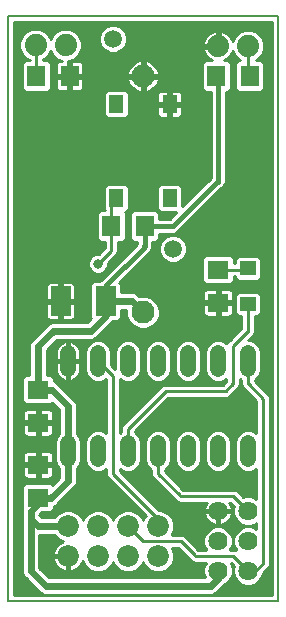
<source format=gtl>
G75*
%MOIN*%
%OFA0B0*%
%FSLAX24Y24*%
%IPPOS*%
%LPD*%
%AMOC8*
5,1,8,0,0,1.08239X$1,22.5*
%
%ADD10C,0.0080*%
%ADD11C,0.0520*%
%ADD12C,0.0728*%
%ADD13C,0.0740*%
%ADD14R,0.0630X0.0709*%
%ADD15R,0.0709X0.0630*%
%ADD16R,0.0669X0.0984*%
%ADD17R,0.0512X0.0610*%
%ADD18C,0.0640*%
%ADD19C,0.0768*%
%ADD20R,0.0551X0.0472*%
%ADD21C,0.0591*%
%ADD22C,0.0100*%
%ADD23C,0.0320*%
%ADD24C,0.0240*%
%ADD25C,0.0160*%
D10*
X000150Y000150D02*
X009150Y000150D01*
X009150Y019650D01*
X000150Y019650D01*
X000150Y000150D01*
D11*
X002150Y004890D02*
X002150Y005410D01*
X003150Y005410D02*
X003150Y004890D01*
X004150Y004890D02*
X004150Y005410D01*
X005150Y005410D02*
X005150Y004890D01*
X006150Y004890D02*
X006150Y005410D01*
X007150Y005410D02*
X007150Y004890D01*
X008150Y004890D02*
X008150Y005410D01*
X008150Y007890D02*
X008150Y008410D01*
X007150Y008410D02*
X007150Y007890D01*
X006150Y007890D02*
X006150Y008410D01*
X005150Y008410D02*
X005150Y007890D01*
X004150Y007890D02*
X004150Y008410D01*
X003150Y008410D02*
X003150Y007890D01*
X002150Y007890D02*
X002150Y008410D01*
D12*
X002150Y002650D03*
X002150Y001650D03*
X003150Y001650D03*
X003150Y002650D03*
X004150Y002650D03*
X004150Y001650D03*
X005150Y001650D03*
X005150Y002650D03*
D13*
X007150Y018650D03*
X008150Y018650D03*
X002068Y018685D03*
X001068Y018685D03*
D14*
X001099Y017650D03*
X002201Y017650D03*
X003599Y012649D03*
X004701Y012649D03*
X007098Y017651D03*
X008200Y017651D03*
D15*
X007150Y011201D03*
X007150Y010099D03*
X001150Y007201D03*
X001150Y006099D03*
X001150Y004701D03*
X001150Y003599D03*
D16*
X001905Y010150D03*
X003401Y010150D03*
D17*
X003764Y013585D03*
X003764Y016715D03*
X005536Y016715D03*
X005536Y013585D03*
D18*
X007150Y003150D03*
X007150Y002150D03*
X007150Y001150D03*
X008150Y001150D03*
X008150Y002150D03*
X008150Y003150D03*
D19*
X004650Y009776D03*
X004650Y017650D03*
D20*
X008150Y011241D03*
X008150Y010059D03*
D21*
X005650Y011900D03*
X003650Y018900D03*
D22*
X003830Y018471D02*
X006662Y018471D01*
X006669Y018450D02*
X006706Y018377D01*
X006754Y018311D01*
X006812Y018253D01*
X006878Y018205D01*
X006937Y018175D01*
X006713Y018175D01*
X006613Y018075D01*
X006613Y017226D01*
X006713Y017126D01*
X006900Y017126D01*
X006900Y014254D01*
X005962Y013315D01*
X005962Y013961D01*
X005862Y014060D01*
X005210Y014060D01*
X005110Y013961D01*
X005110Y013210D01*
X005210Y013110D01*
X005756Y013110D01*
X005546Y012900D01*
X005186Y012900D01*
X005186Y013074D01*
X005087Y013173D01*
X004316Y013173D01*
X004216Y013074D01*
X004216Y012224D01*
X004316Y012125D01*
X004451Y012125D01*
X004451Y012055D01*
X003289Y010892D01*
X003288Y010892D01*
X003263Y010866D01*
X003237Y010856D01*
X003193Y010812D01*
X002996Y010812D01*
X002897Y010713D01*
X002897Y009587D01*
X002912Y009572D01*
X002780Y009440D01*
X001614Y009440D01*
X001471Y009381D01*
X001456Y009367D01*
X000986Y008896D01*
X000904Y008814D01*
X000860Y008708D01*
X000860Y007686D01*
X000725Y007686D01*
X000626Y007587D01*
X000626Y006816D01*
X000725Y006716D01*
X001575Y006716D01*
X001624Y006766D01*
X001860Y006530D01*
X001860Y005728D01*
X001785Y005654D01*
X001720Y005496D01*
X001720Y004804D01*
X001785Y004646D01*
X001860Y004572D01*
X001860Y004270D01*
X001624Y004034D01*
X001575Y004084D01*
X000725Y004084D01*
X000626Y003984D01*
X000626Y003245D01*
X000610Y003207D01*
X000610Y001092D01*
X000654Y000986D01*
X000736Y000904D01*
X001154Y000486D01*
X001236Y000404D01*
X001342Y000360D01*
X006958Y000360D01*
X007064Y000404D01*
X007146Y000486D01*
X007367Y000706D01*
X007367Y000706D01*
X007371Y000711D01*
X007428Y000735D01*
X007565Y000872D01*
X007640Y001053D01*
X007640Y001247D01*
X007568Y001421D01*
X007684Y001305D01*
X007660Y001247D01*
X007660Y001053D01*
X007735Y000872D01*
X007872Y000735D01*
X008053Y000660D01*
X008247Y000660D01*
X008428Y000735D01*
X008565Y000872D01*
X008640Y001053D01*
X008640Y001079D01*
X008649Y001088D01*
X008649Y001088D01*
X008741Y001180D01*
X008870Y001309D01*
X008870Y006991D01*
X008370Y007491D01*
X008370Y007516D01*
X008394Y007525D01*
X008515Y007646D01*
X008580Y007804D01*
X008580Y008496D01*
X008515Y008654D01*
X008394Y008775D01*
X008236Y008840D01*
X008151Y008840D01*
X008212Y008901D01*
X008212Y008901D01*
X008267Y008956D01*
X008341Y009030D01*
X008341Y009057D01*
X008351Y009081D01*
X008370Y009100D01*
X008370Y009653D01*
X008496Y009653D01*
X008596Y009753D01*
X008596Y010366D01*
X008496Y010466D01*
X007804Y010466D01*
X007704Y010366D01*
X007704Y009753D01*
X007804Y009653D01*
X007930Y009653D01*
X007930Y009241D01*
X007559Y008870D01*
X007430Y008741D01*
X007430Y008738D01*
X007394Y008775D01*
X007236Y008840D01*
X007064Y008840D01*
X006906Y008775D01*
X006785Y008654D01*
X006720Y008496D01*
X006720Y007804D01*
X006785Y007646D01*
X006906Y007525D01*
X007064Y007460D01*
X007236Y007460D01*
X007394Y007525D01*
X007430Y007562D01*
X007430Y007491D01*
X007309Y007370D01*
X005350Y007370D01*
X005331Y007351D01*
X005307Y007341D01*
X005280Y007341D01*
X005212Y007273D01*
X005151Y007212D01*
X004059Y006120D01*
X003930Y005991D01*
X003930Y005784D01*
X003906Y005775D01*
X003870Y005738D01*
X003870Y007562D01*
X003906Y007525D01*
X004064Y007460D01*
X004236Y007460D01*
X004394Y007525D01*
X004515Y007646D01*
X004580Y007804D01*
X004580Y008496D01*
X004515Y008654D01*
X004394Y008775D01*
X004236Y008840D01*
X004064Y008840D01*
X003906Y008775D01*
X003785Y008654D01*
X003720Y008496D01*
X003720Y007891D01*
X003712Y007899D01*
X003580Y008031D01*
X003580Y008496D01*
X003515Y008654D01*
X003394Y008775D01*
X003236Y008840D01*
X003064Y008840D01*
X002906Y008775D01*
X002785Y008654D01*
X002720Y008496D01*
X002720Y007804D01*
X002785Y007646D01*
X002906Y007525D01*
X003064Y007460D01*
X003236Y007460D01*
X003394Y007525D01*
X003428Y007560D01*
X003430Y007559D01*
X003430Y005738D01*
X003394Y005775D01*
X003236Y005840D01*
X003064Y005840D01*
X002906Y005775D01*
X002785Y005654D01*
X002720Y005496D01*
X002720Y004804D01*
X002785Y004646D01*
X002906Y004525D01*
X003064Y004460D01*
X003236Y004460D01*
X003394Y004525D01*
X003430Y004562D01*
X003430Y004309D01*
X003559Y004180D01*
X004742Y002997D01*
X004697Y002953D01*
X004650Y002839D01*
X004603Y002953D01*
X004453Y003103D01*
X004256Y003184D01*
X004044Y003184D01*
X003847Y003103D01*
X003697Y002953D01*
X003650Y002839D01*
X003603Y002953D01*
X003453Y003103D01*
X003256Y003184D01*
X003044Y003184D01*
X002847Y003103D01*
X002697Y002953D01*
X002650Y002839D01*
X002603Y002953D01*
X002453Y003103D01*
X002256Y003184D01*
X002044Y003184D01*
X001847Y003103D01*
X001697Y002953D01*
X001692Y002940D01*
X001270Y002940D01*
X001190Y003020D01*
X001190Y003029D01*
X001275Y003114D01*
X001575Y003114D01*
X001674Y003213D01*
X001674Y003325D01*
X001778Y003368D01*
X001792Y003382D01*
X001792Y003382D01*
X002314Y003904D01*
X002396Y003986D01*
X002440Y004092D01*
X002440Y004572D01*
X002515Y004646D01*
X002580Y004804D01*
X002580Y005496D01*
X002515Y005654D01*
X002440Y005728D01*
X002440Y006708D01*
X002396Y006814D01*
X002314Y006896D01*
X001792Y007418D01*
X001778Y007432D01*
X001674Y007475D01*
X001674Y007587D01*
X001575Y007686D01*
X001440Y007686D01*
X001440Y008530D01*
X001770Y008860D01*
X002958Y008860D01*
X003064Y008904D01*
X003146Y008986D01*
X003618Y009458D01*
X003632Y009472D01*
X003639Y009488D01*
X003806Y009488D01*
X003906Y009587D01*
X003906Y009860D01*
X004096Y009860D01*
X004096Y009666D01*
X004180Y009462D01*
X004336Y009306D01*
X004540Y009222D01*
X004760Y009222D01*
X004964Y009306D01*
X005120Y009462D01*
X005204Y009666D01*
X005204Y009886D01*
X005120Y010090D01*
X004964Y010246D01*
X004760Y010330D01*
X004540Y010330D01*
X004516Y010320D01*
X004440Y010396D01*
X004334Y010440D01*
X003906Y010440D01*
X003906Y010713D01*
X003861Y010757D01*
X004814Y011710D01*
X004849Y011745D01*
X004865Y011762D01*
X004884Y011780D01*
X004884Y011780D01*
X004898Y011794D01*
X004898Y011794D01*
X004951Y011923D01*
X004951Y012125D01*
X005087Y012125D01*
X005186Y012224D01*
X005186Y012400D01*
X005700Y012400D01*
X005792Y012438D01*
X007262Y013909D01*
X007263Y013909D01*
X007333Y013979D01*
X007333Y013979D01*
X007347Y013993D01*
X007400Y014122D01*
X007400Y017126D01*
X007483Y017126D01*
X007583Y017226D01*
X007583Y018075D01*
X007483Y018175D01*
X007364Y018175D01*
X007423Y018205D01*
X007489Y018253D01*
X007547Y018311D01*
X007595Y018377D01*
X007632Y018450D01*
X007640Y018472D01*
X007693Y018344D01*
X007845Y018192D01*
X007886Y018175D01*
X007815Y018175D01*
X007715Y018075D01*
X007715Y017226D01*
X007815Y017126D01*
X008586Y017126D01*
X008685Y017226D01*
X008685Y018075D01*
X008586Y018175D01*
X008415Y018175D01*
X008456Y018192D01*
X008608Y018344D01*
X008690Y018542D01*
X008690Y018757D01*
X008608Y018956D01*
X008456Y019108D01*
X008258Y019190D01*
X008043Y019190D01*
X007845Y019108D01*
X007693Y018956D01*
X007640Y018827D01*
X007632Y018849D01*
X007595Y018922D01*
X007547Y018989D01*
X007489Y019046D01*
X007423Y019095D01*
X007350Y019132D01*
X007272Y019157D01*
X007200Y019168D01*
X007200Y018700D01*
X007100Y018700D01*
X007100Y018600D01*
X006632Y018600D01*
X006643Y018528D01*
X006669Y018450D01*
X006709Y018373D02*
X002519Y018373D01*
X002526Y018380D02*
X002608Y018578D01*
X002608Y018793D01*
X002526Y018991D01*
X002374Y019143D01*
X002175Y019225D01*
X001960Y019225D01*
X001762Y019143D01*
X001610Y018991D01*
X001568Y018889D01*
X001526Y018991D01*
X001374Y019143D01*
X001175Y019225D01*
X000960Y019225D01*
X000762Y019143D01*
X000610Y018991D01*
X000528Y018793D01*
X000528Y018578D01*
X000610Y018380D01*
X000762Y018228D01*
X000879Y018179D01*
X000879Y018174D01*
X000713Y018174D01*
X000614Y018075D01*
X000614Y017225D01*
X000713Y017126D01*
X001484Y017126D01*
X001584Y017225D01*
X001584Y018075D01*
X001484Y018174D01*
X001319Y018174D01*
X001319Y018205D01*
X001374Y018228D01*
X001526Y018380D01*
X001568Y018481D01*
X001610Y018380D01*
X001762Y018228D01*
X001939Y018154D01*
X001866Y018154D01*
X001828Y018144D01*
X001794Y018124D01*
X001766Y018096D01*
X001746Y018062D01*
X001736Y018024D01*
X001736Y017700D01*
X002151Y017700D01*
X002151Y017600D01*
X001736Y017600D01*
X001736Y017276D01*
X001746Y017238D01*
X001766Y017204D01*
X001794Y017176D01*
X001828Y017156D01*
X001866Y017146D01*
X002151Y017146D01*
X002151Y017600D01*
X002251Y017600D01*
X002251Y017146D01*
X002536Y017146D01*
X002574Y017156D01*
X002608Y017176D01*
X002636Y017204D01*
X002656Y017238D01*
X002666Y017276D01*
X002666Y017600D01*
X002251Y017600D01*
X002251Y017700D01*
X002151Y017700D01*
X002151Y018145D01*
X002175Y018145D01*
X002374Y018228D01*
X002526Y018380D01*
X002563Y018471D02*
X003470Y018471D01*
X003386Y018506D02*
X003557Y018435D01*
X003743Y018435D01*
X003914Y018506D01*
X004044Y018636D01*
X004115Y018807D01*
X004115Y018993D01*
X004044Y019164D01*
X003914Y019294D01*
X003743Y019365D01*
X003557Y019365D01*
X003386Y019294D01*
X003256Y019164D01*
X003185Y018993D01*
X003185Y018807D01*
X003256Y018636D01*
X003386Y018506D01*
X003322Y018570D02*
X002604Y018570D01*
X002608Y018668D02*
X003242Y018668D01*
X003202Y018767D02*
X002608Y018767D01*
X002578Y018865D02*
X003185Y018865D01*
X003185Y018964D02*
X002537Y018964D01*
X002455Y019062D02*
X003214Y019062D01*
X003254Y019161D02*
X002332Y019161D01*
X002420Y018274D02*
X006791Y018274D01*
X006637Y018570D02*
X003978Y018570D01*
X004058Y018668D02*
X007100Y018668D01*
X007100Y018700D02*
X006632Y018700D01*
X006643Y018772D01*
X006669Y018849D01*
X006706Y018922D01*
X006754Y018989D01*
X006812Y019046D01*
X006878Y019095D01*
X006951Y019132D01*
X007029Y019157D01*
X007100Y019168D01*
X007100Y018700D01*
X007100Y018767D02*
X007200Y018767D01*
X007200Y018865D02*
X007100Y018865D01*
X007100Y018964D02*
X007200Y018964D01*
X007200Y019062D02*
X007100Y019062D01*
X007100Y019161D02*
X007200Y019161D01*
X007250Y019161D02*
X007972Y019161D01*
X007799Y019062D02*
X007468Y019062D01*
X007565Y018964D02*
X007701Y018964D01*
X007655Y018865D02*
X007624Y018865D01*
X007639Y018471D02*
X007640Y018471D01*
X007681Y018373D02*
X007592Y018373D01*
X007510Y018274D02*
X007763Y018274D01*
X007717Y018077D02*
X007581Y018077D01*
X007583Y017979D02*
X007715Y017979D01*
X007715Y017880D02*
X007583Y017880D01*
X007583Y017782D02*
X007715Y017782D01*
X007715Y017683D02*
X007583Y017683D01*
X007583Y017585D02*
X007715Y017585D01*
X007715Y017486D02*
X007583Y017486D01*
X007583Y017388D02*
X007715Y017388D01*
X007715Y017289D02*
X007583Y017289D01*
X007548Y017191D02*
X007751Y017191D01*
X007400Y017092D02*
X008940Y017092D01*
X008940Y016994D02*
X007400Y016994D01*
X007400Y016895D02*
X008940Y016895D01*
X008940Y016797D02*
X007400Y016797D01*
X007400Y016698D02*
X008940Y016698D01*
X008940Y016600D02*
X007400Y016600D01*
X007400Y016501D02*
X008940Y016501D01*
X008940Y016403D02*
X007400Y016403D01*
X007400Y016304D02*
X008940Y016304D01*
X008940Y016206D02*
X007400Y016206D01*
X007400Y016107D02*
X008940Y016107D01*
X008940Y016009D02*
X007400Y016009D01*
X007400Y015910D02*
X008940Y015910D01*
X008940Y015812D02*
X007400Y015812D01*
X007400Y015713D02*
X008940Y015713D01*
X008940Y015615D02*
X007400Y015615D01*
X007400Y015516D02*
X008940Y015516D01*
X008940Y015418D02*
X007400Y015418D01*
X007400Y015319D02*
X008940Y015319D01*
X008940Y015221D02*
X007400Y015221D01*
X007400Y015122D02*
X008940Y015122D01*
X008940Y015024D02*
X007400Y015024D01*
X007400Y014925D02*
X008940Y014925D01*
X008940Y014827D02*
X007400Y014827D01*
X007400Y014728D02*
X008940Y014728D01*
X008940Y014630D02*
X007400Y014630D01*
X007400Y014531D02*
X008940Y014531D01*
X008940Y014433D02*
X007400Y014433D01*
X007400Y014334D02*
X008940Y014334D01*
X008940Y014236D02*
X007400Y014236D01*
X007400Y014137D02*
X008940Y014137D01*
X008940Y014039D02*
X007366Y014039D01*
X007347Y013993D02*
X007347Y013993D01*
X007294Y013940D02*
X008940Y013940D01*
X008940Y013842D02*
X007195Y013842D01*
X007097Y013743D02*
X008940Y013743D01*
X008940Y013645D02*
X006998Y013645D01*
X006900Y013546D02*
X008940Y013546D01*
X008940Y013448D02*
X006801Y013448D01*
X006703Y013349D02*
X008940Y013349D01*
X008940Y013251D02*
X006604Y013251D01*
X006506Y013152D02*
X008940Y013152D01*
X008940Y013054D02*
X006407Y013054D01*
X006309Y012955D02*
X008940Y012955D01*
X008940Y012857D02*
X006210Y012857D01*
X006112Y012758D02*
X008940Y012758D01*
X008940Y012660D02*
X006013Y012660D01*
X005915Y012561D02*
X008940Y012561D01*
X008940Y012463D02*
X005816Y012463D01*
X005746Y012364D02*
X008940Y012364D01*
X008940Y012266D02*
X005942Y012266D01*
X005914Y012294D02*
X005743Y012365D01*
X005557Y012365D01*
X005386Y012294D01*
X005256Y012164D01*
X005185Y011993D01*
X005185Y011807D01*
X005256Y011636D01*
X005386Y011506D01*
X005557Y011435D01*
X005743Y011435D01*
X005914Y011506D01*
X006044Y011636D01*
X006115Y011807D01*
X006115Y011993D01*
X006044Y012164D01*
X005914Y012294D01*
X006041Y012167D02*
X008940Y012167D01*
X008940Y012069D02*
X006084Y012069D01*
X006115Y011970D02*
X008940Y011970D01*
X008940Y011872D02*
X006115Y011872D01*
X006101Y011773D02*
X008940Y011773D01*
X008940Y011675D02*
X007586Y011675D01*
X007575Y011686D02*
X007674Y011587D01*
X007674Y011421D01*
X007704Y011421D01*
X007704Y011547D01*
X007804Y011647D01*
X008496Y011647D01*
X008596Y011547D01*
X008596Y010934D01*
X008496Y010834D01*
X007804Y010834D01*
X007704Y010934D01*
X007704Y010981D01*
X007674Y010981D01*
X007674Y010816D01*
X007575Y010716D01*
X006725Y010716D01*
X006626Y010816D01*
X006626Y011587D01*
X006725Y011686D01*
X007575Y011686D01*
X007674Y011576D02*
X007733Y011576D01*
X007704Y011478D02*
X007674Y011478D01*
X007674Y010887D02*
X007752Y010887D01*
X007647Y010788D02*
X008940Y010788D01*
X008940Y010690D02*
X003906Y010690D01*
X003906Y010591D02*
X008940Y010591D01*
X008940Y010493D02*
X007632Y010493D01*
X007624Y010506D02*
X007596Y010534D01*
X007562Y010554D01*
X007524Y010564D01*
X007200Y010564D01*
X007200Y010149D01*
X007100Y010149D01*
X007100Y010564D01*
X006776Y010564D01*
X006738Y010554D01*
X006704Y010534D01*
X006676Y010506D01*
X006656Y010472D01*
X006646Y010434D01*
X006646Y010149D01*
X007100Y010149D01*
X007100Y010049D01*
X006646Y010049D01*
X006646Y009764D01*
X006656Y009726D01*
X006676Y009692D01*
X006704Y009664D01*
X006738Y009644D01*
X006776Y009634D01*
X007100Y009634D01*
X007100Y010049D01*
X007200Y010049D01*
X007200Y010149D01*
X007654Y010149D01*
X007654Y010434D01*
X007644Y010472D01*
X007624Y010506D01*
X007654Y010394D02*
X007732Y010394D01*
X007704Y010296D02*
X007654Y010296D01*
X007654Y010197D02*
X007704Y010197D01*
X007704Y010099D02*
X007200Y010099D01*
X007200Y010049D02*
X007654Y010049D01*
X007654Y009764D01*
X007644Y009726D01*
X007624Y009692D01*
X007596Y009664D01*
X007562Y009644D01*
X007524Y009634D01*
X007200Y009634D01*
X007200Y010049D01*
X007200Y010000D02*
X007100Y010000D01*
X007100Y009902D02*
X007200Y009902D01*
X007200Y009803D02*
X007100Y009803D01*
X007100Y009705D02*
X007200Y009705D01*
X007100Y010099D02*
X005111Y010099D01*
X005157Y010000D02*
X006646Y010000D01*
X006646Y009902D02*
X005197Y009902D01*
X005204Y009803D02*
X006646Y009803D01*
X006668Y009705D02*
X005204Y009705D01*
X005179Y009606D02*
X007930Y009606D01*
X007930Y009508D02*
X005138Y009508D01*
X005066Y009409D02*
X007930Y009409D01*
X007930Y009311D02*
X004968Y009311D01*
X005064Y008840D02*
X004906Y008775D01*
X004785Y008654D01*
X004720Y008496D01*
X004720Y007804D01*
X004785Y007646D01*
X004906Y007525D01*
X005064Y007460D01*
X005236Y007460D01*
X005394Y007525D01*
X005515Y007646D01*
X005580Y007804D01*
X005580Y008496D01*
X005515Y008654D01*
X005394Y008775D01*
X005236Y008840D01*
X005064Y008840D01*
X005011Y008818D02*
X004289Y008818D01*
X004449Y008720D02*
X004851Y008720D01*
X004772Y008621D02*
X004528Y008621D01*
X004569Y008523D02*
X004731Y008523D01*
X004720Y008424D02*
X004580Y008424D01*
X004580Y008326D02*
X004720Y008326D01*
X004720Y008227D02*
X004580Y008227D01*
X004580Y008129D02*
X004720Y008129D01*
X004720Y008030D02*
X004580Y008030D01*
X004580Y007932D02*
X004720Y007932D01*
X004720Y007833D02*
X004580Y007833D01*
X004551Y007735D02*
X004749Y007735D01*
X004796Y007636D02*
X004504Y007636D01*
X004406Y007538D02*
X004894Y007538D01*
X005082Y007144D02*
X003870Y007144D01*
X003870Y007242D02*
X005181Y007242D01*
X005151Y007212D02*
X005151Y007212D01*
X005279Y007341D02*
X003870Y007341D01*
X003870Y007439D02*
X007378Y007439D01*
X007406Y007538D02*
X007430Y007538D01*
X007650Y007441D02*
X007648Y007421D01*
X007642Y007403D01*
X007633Y007385D01*
X007621Y007370D01*
X007621Y007371D02*
X007400Y007150D01*
X005441Y007150D01*
X005371Y007121D02*
X004150Y005900D01*
X004150Y005150D01*
X004515Y005654D02*
X004394Y005775D01*
X004370Y005784D01*
X004370Y005809D01*
X005491Y006930D01*
X007491Y006930D01*
X007620Y007059D01*
X007712Y007151D01*
X007776Y007215D01*
X007841Y007280D01*
X007841Y007307D01*
X007851Y007331D01*
X007870Y007350D01*
X007870Y007562D01*
X007906Y007525D01*
X007930Y007516D01*
X007930Y007350D01*
X007949Y007331D01*
X007959Y007307D01*
X007959Y007280D01*
X008029Y007209D01*
X008088Y007151D01*
X008088Y007151D01*
X008430Y006809D01*
X008430Y005738D01*
X008394Y005775D01*
X008236Y005840D01*
X008064Y005840D01*
X007906Y005775D01*
X007785Y005654D01*
X007720Y005496D01*
X007720Y004804D01*
X007785Y004646D01*
X007906Y004525D01*
X008064Y004460D01*
X008236Y004460D01*
X008394Y004525D01*
X008430Y004562D01*
X008430Y003563D01*
X008428Y003565D01*
X008247Y003640D01*
X008053Y003640D01*
X007995Y003616D01*
X007870Y003741D01*
X007741Y003870D01*
X005991Y003870D01*
X005370Y004491D01*
X005370Y004516D01*
X005394Y004525D01*
X005515Y004646D01*
X005580Y004804D01*
X005580Y005496D01*
X005515Y005654D01*
X005394Y005775D01*
X005236Y005840D01*
X005064Y005840D01*
X004906Y005775D01*
X004785Y005654D01*
X004720Y005496D01*
X004720Y004804D01*
X004785Y004646D01*
X004906Y004525D01*
X004930Y004516D01*
X004930Y004309D01*
X005059Y004180D01*
X005651Y003588D01*
X005709Y003530D01*
X005780Y003459D01*
X005807Y003459D01*
X005831Y003449D01*
X005850Y003430D01*
X006772Y003430D01*
X006748Y003396D01*
X006714Y003330D01*
X006692Y003260D01*
X006680Y003189D01*
X007111Y003189D01*
X007111Y003111D01*
X007189Y003111D01*
X007189Y003189D01*
X007620Y003189D01*
X007608Y003260D01*
X007586Y003330D01*
X007552Y003396D01*
X007528Y003430D01*
X007559Y003430D01*
X007684Y003305D01*
X007660Y003247D01*
X007660Y003053D01*
X007735Y002872D01*
X007872Y002735D01*
X008053Y002660D01*
X008247Y002660D01*
X008428Y002735D01*
X008430Y002737D01*
X008430Y002563D01*
X008428Y002565D01*
X008247Y002640D01*
X008053Y002640D01*
X007872Y002565D01*
X007735Y002428D01*
X007660Y002247D01*
X007660Y002053D01*
X007735Y001872D01*
X007737Y001870D01*
X007563Y001870D01*
X007565Y001872D01*
X007640Y002053D01*
X007640Y002247D01*
X007565Y002428D01*
X007428Y002565D01*
X007247Y002640D01*
X007053Y002640D01*
X006872Y002565D01*
X006735Y002428D01*
X006660Y002247D01*
X006660Y002053D01*
X006735Y001872D01*
X006737Y001870D01*
X006491Y001870D01*
X006120Y002241D01*
X005991Y002370D01*
X005612Y002370D01*
X005684Y002544D01*
X005684Y002756D01*
X005603Y002953D01*
X005453Y003103D01*
X005256Y003184D01*
X005177Y003184D01*
X003870Y004491D01*
X003870Y004562D01*
X003906Y004525D01*
X004064Y004460D01*
X004236Y004460D01*
X004394Y004525D01*
X004515Y004646D01*
X004580Y004804D01*
X004580Y005496D01*
X004515Y005654D01*
X004502Y005666D02*
X004798Y005666D01*
X004750Y005568D02*
X004550Y005568D01*
X004580Y005469D02*
X004720Y005469D01*
X004720Y005371D02*
X004580Y005371D01*
X004580Y005272D02*
X004720Y005272D01*
X004720Y005174D02*
X004580Y005174D01*
X004580Y005075D02*
X004720Y005075D01*
X004720Y004977D02*
X004580Y004977D01*
X004580Y004878D02*
X004720Y004878D01*
X004730Y004780D02*
X004570Y004780D01*
X004529Y004681D02*
X004771Y004681D01*
X004849Y004583D02*
X004451Y004583D01*
X004293Y004484D02*
X004930Y004484D01*
X004930Y004386D02*
X003976Y004386D01*
X004006Y004484D02*
X003877Y004484D01*
X003650Y004400D02*
X003650Y007609D01*
X003621Y007679D02*
X003150Y008150D01*
X003449Y008720D02*
X003851Y008720D01*
X003772Y008621D02*
X003528Y008621D01*
X003569Y008523D02*
X003731Y008523D01*
X003720Y008424D02*
X003580Y008424D01*
X003580Y008326D02*
X003720Y008326D01*
X003720Y008227D02*
X003580Y008227D01*
X003580Y008129D02*
X003720Y008129D01*
X003720Y008030D02*
X003581Y008030D01*
X003680Y007932D02*
X003720Y007932D01*
X003712Y007899D02*
X003712Y007899D01*
X003621Y007680D02*
X003633Y007665D01*
X003642Y007647D01*
X003648Y007629D01*
X003650Y007609D01*
X003870Y007538D02*
X003894Y007538D01*
X003870Y007045D02*
X004984Y007045D01*
X004885Y006947D02*
X003870Y006947D01*
X003870Y006848D02*
X004787Y006848D01*
X004688Y006750D02*
X003870Y006750D01*
X003870Y006651D02*
X004590Y006651D01*
X004491Y006553D02*
X003870Y006553D01*
X003870Y006454D02*
X004393Y006454D01*
X004294Y006356D02*
X003870Y006356D01*
X003870Y006257D02*
X004196Y006257D01*
X004097Y006159D02*
X003870Y006159D01*
X003870Y006060D02*
X003999Y006060D01*
X003930Y005962D02*
X003870Y005962D01*
X003870Y005863D02*
X003930Y005863D01*
X003896Y005765D02*
X003870Y005765D01*
X003430Y005765D02*
X003404Y005765D01*
X003430Y005863D02*
X002440Y005863D01*
X002440Y005765D02*
X002896Y005765D01*
X002798Y005666D02*
X002502Y005666D01*
X002550Y005568D02*
X002750Y005568D01*
X002720Y005469D02*
X002580Y005469D01*
X002580Y005371D02*
X002720Y005371D01*
X002720Y005272D02*
X002580Y005272D01*
X002580Y005174D02*
X002720Y005174D01*
X002720Y005075D02*
X002580Y005075D01*
X002580Y004977D02*
X002720Y004977D01*
X002720Y004878D02*
X002580Y004878D01*
X002570Y004780D02*
X002730Y004780D01*
X002771Y004681D02*
X002529Y004681D01*
X002451Y004583D02*
X002849Y004583D01*
X003006Y004484D02*
X002440Y004484D01*
X002440Y004386D02*
X003430Y004386D01*
X003430Y004484D02*
X003293Y004484D01*
X003452Y004287D02*
X002440Y004287D01*
X002440Y004189D02*
X003550Y004189D01*
X003559Y004180D02*
X003559Y004180D01*
X003649Y004090D02*
X002439Y004090D01*
X002398Y003992D02*
X003747Y003992D01*
X003846Y003893D02*
X002303Y003893D01*
X002205Y003795D02*
X003944Y003795D01*
X004043Y003696D02*
X002106Y003696D01*
X002008Y003598D02*
X004141Y003598D01*
X004240Y003499D02*
X001909Y003499D01*
X001811Y003401D02*
X004338Y003401D01*
X004437Y003302D02*
X001674Y003302D01*
X001664Y003204D02*
X004535Y003204D01*
X004447Y003105D02*
X004634Y003105D01*
X004549Y003007D02*
X004732Y003007D01*
X004679Y002908D02*
X004621Y002908D01*
X004862Y003499D02*
X005740Y003499D01*
X005651Y003588D02*
X005651Y003588D01*
X005641Y003598D02*
X004764Y003598D01*
X004665Y003696D02*
X005543Y003696D01*
X005444Y003795D02*
X004567Y003795D01*
X004468Y003893D02*
X005346Y003893D01*
X005247Y003992D02*
X004370Y003992D01*
X004271Y004090D02*
X005149Y004090D01*
X005050Y004189D02*
X004173Y004189D01*
X004074Y004287D02*
X004952Y004287D01*
X005150Y004400D02*
X005150Y005150D01*
X005451Y004583D02*
X005849Y004583D01*
X005906Y004525D02*
X005785Y004646D01*
X005720Y004804D01*
X005720Y005496D01*
X005785Y005654D01*
X005906Y005775D01*
X006064Y005840D01*
X006236Y005840D01*
X006394Y005775D01*
X006515Y005654D01*
X006580Y005496D01*
X006580Y004804D01*
X006515Y004646D01*
X006394Y004525D01*
X006236Y004460D01*
X006064Y004460D01*
X005906Y004525D01*
X006006Y004484D02*
X005377Y004484D01*
X005476Y004386D02*
X008430Y004386D01*
X008430Y004484D02*
X008293Y004484D01*
X008430Y004287D02*
X005574Y004287D01*
X005673Y004189D02*
X008430Y004189D01*
X008430Y004090D02*
X005771Y004090D01*
X005870Y003992D02*
X008430Y003992D01*
X008430Y003893D02*
X005968Y003893D01*
X005870Y003679D02*
X005885Y003667D01*
X005903Y003658D01*
X005921Y003652D01*
X005941Y003650D01*
X007650Y003650D01*
X008150Y003150D01*
X007929Y002711D02*
X007320Y002711D01*
X007330Y002714D02*
X007396Y002748D01*
X007456Y002792D01*
X007508Y002844D01*
X007552Y002904D01*
X007586Y002970D01*
X007608Y003040D01*
X007620Y003111D01*
X007189Y003111D01*
X007189Y002680D01*
X007260Y002692D01*
X007330Y002714D01*
X007314Y002613D02*
X007986Y002613D01*
X007821Y002514D02*
X007479Y002514D01*
X007570Y002416D02*
X007730Y002416D01*
X007689Y002317D02*
X007611Y002317D01*
X007640Y002219D02*
X007660Y002219D01*
X007660Y002120D02*
X007640Y002120D01*
X007627Y002022D02*
X007673Y002022D01*
X007714Y001923D02*
X007586Y001923D01*
X007650Y001650D02*
X006441Y001650D01*
X006371Y001679D02*
X005900Y002150D01*
X004691Y002150D01*
X004621Y002179D02*
X004150Y002650D01*
X003853Y003105D02*
X003447Y003105D01*
X003549Y003007D02*
X003751Y003007D01*
X003679Y002908D02*
X003621Y002908D01*
X003650Y001461D02*
X003697Y001347D01*
X003847Y001197D01*
X004044Y001116D01*
X004256Y001116D01*
X004453Y001197D01*
X004603Y001347D01*
X004650Y001461D01*
X004697Y001347D01*
X004847Y001197D01*
X005044Y001116D01*
X005256Y001116D01*
X005453Y001197D01*
X005603Y001347D01*
X005684Y001544D01*
X005684Y001756D01*
X005612Y001930D01*
X005809Y001930D01*
X006151Y001588D01*
X006210Y001529D01*
X006280Y001459D01*
X006307Y001459D01*
X006331Y001449D01*
X006350Y001430D01*
X006737Y001430D01*
X006735Y001428D01*
X006660Y001247D01*
X006660Y001053D01*
X006707Y000940D01*
X001520Y000940D01*
X001190Y001270D01*
X001190Y002360D01*
X001692Y002360D01*
X001697Y002347D01*
X001847Y002197D01*
X001989Y002138D01*
X001953Y002127D01*
X001881Y002090D01*
X001815Y002042D01*
X001758Y001985D01*
X001710Y001919D01*
X001673Y001847D01*
X001648Y001770D01*
X001636Y001690D01*
X001636Y001689D01*
X002111Y001689D01*
X002111Y001611D01*
X002189Y001611D01*
X002189Y001136D01*
X002190Y001136D01*
X002270Y001148D01*
X002347Y001173D01*
X002419Y001210D01*
X002485Y001258D01*
X002542Y001315D01*
X002590Y001381D01*
X002627Y001453D01*
X002638Y001489D01*
X002697Y001347D01*
X002847Y001197D01*
X003044Y001116D01*
X003256Y001116D01*
X003453Y001197D01*
X003603Y001347D01*
X003650Y001461D01*
X003637Y001431D02*
X003663Y001431D01*
X003713Y001332D02*
X003587Y001332D01*
X003489Y001234D02*
X003811Y001234D01*
X003997Y001135D02*
X003303Y001135D01*
X002997Y001135D02*
X001325Y001135D01*
X001227Y001234D02*
X001848Y001234D01*
X001881Y001210D02*
X001953Y001173D01*
X002030Y001148D01*
X002110Y001136D01*
X002111Y001136D01*
X002111Y001611D01*
X001636Y001611D01*
X001636Y001610D01*
X001648Y001530D01*
X001673Y001453D01*
X001710Y001381D01*
X001758Y001315D01*
X001815Y001258D01*
X001881Y001210D01*
X001745Y001332D02*
X001190Y001332D01*
X001190Y001431D02*
X001685Y001431D01*
X001649Y001529D02*
X001190Y001529D01*
X001190Y001628D02*
X002111Y001628D01*
X002111Y001529D02*
X002189Y001529D01*
X002189Y001431D02*
X002111Y001431D01*
X002111Y001332D02*
X002189Y001332D01*
X002189Y001234D02*
X002111Y001234D01*
X002452Y001234D02*
X002811Y001234D01*
X002713Y001332D02*
X002555Y001332D01*
X002615Y001431D02*
X002663Y001431D01*
X001940Y002120D02*
X001190Y002120D01*
X001190Y002022D02*
X001794Y002022D01*
X001713Y001923D02*
X001190Y001923D01*
X001190Y001825D02*
X001666Y001825D01*
X001641Y001726D02*
X001190Y001726D01*
X001190Y002219D02*
X001826Y002219D01*
X001728Y002317D02*
X001190Y002317D01*
X001204Y003007D02*
X001751Y003007D01*
X001853Y003105D02*
X001266Y003105D01*
X001680Y004090D02*
X000360Y004090D01*
X000360Y003992D02*
X000633Y003992D01*
X000626Y003893D02*
X000360Y003893D01*
X000360Y003795D02*
X000626Y003795D01*
X000626Y003696D02*
X000360Y003696D01*
X000360Y003598D02*
X000626Y003598D01*
X000626Y003499D02*
X000360Y003499D01*
X000360Y003401D02*
X000626Y003401D01*
X000626Y003302D02*
X000360Y003302D01*
X000360Y003204D02*
X000610Y003204D01*
X000610Y003105D02*
X000360Y003105D01*
X000360Y003007D02*
X000610Y003007D01*
X000610Y002908D02*
X000360Y002908D01*
X000360Y002810D02*
X000610Y002810D01*
X000610Y002711D02*
X000360Y002711D01*
X000360Y002613D02*
X000610Y002613D01*
X000610Y002514D02*
X000360Y002514D01*
X000360Y002416D02*
X000610Y002416D01*
X000610Y002317D02*
X000360Y002317D01*
X000360Y002219D02*
X000610Y002219D01*
X000610Y002120D02*
X000360Y002120D01*
X000360Y002022D02*
X000610Y002022D01*
X000610Y001923D02*
X000360Y001923D01*
X000360Y001825D02*
X000610Y001825D01*
X000610Y001726D02*
X000360Y001726D01*
X000360Y001628D02*
X000610Y001628D01*
X000610Y001529D02*
X000360Y001529D01*
X000360Y001431D02*
X000610Y001431D01*
X000610Y001332D02*
X000360Y001332D01*
X000360Y001234D02*
X000610Y001234D01*
X000610Y001135D02*
X000360Y001135D01*
X000360Y001037D02*
X000633Y001037D01*
X000702Y000938D02*
X000360Y000938D01*
X000360Y000840D02*
X000800Y000840D01*
X000899Y000741D02*
X000360Y000741D01*
X000360Y000643D02*
X000997Y000643D01*
X001096Y000544D02*
X000360Y000544D01*
X000360Y000446D02*
X001194Y000446D01*
X001424Y001037D02*
X006667Y001037D01*
X006660Y001135D02*
X005303Y001135D01*
X005489Y001234D02*
X006660Y001234D01*
X006695Y001332D02*
X005587Y001332D01*
X005637Y001431D02*
X006350Y001431D01*
X006210Y001529D02*
X005678Y001529D01*
X005684Y001628D02*
X006111Y001628D01*
X006151Y001588D02*
X006151Y001588D01*
X006013Y001726D02*
X005684Y001726D01*
X005656Y001825D02*
X005914Y001825D01*
X005816Y001923D02*
X005615Y001923D01*
X005631Y002416D02*
X006730Y002416D01*
X006689Y002317D02*
X006044Y002317D01*
X006143Y002219D02*
X006660Y002219D01*
X006660Y002120D02*
X006241Y002120D01*
X006340Y002022D02*
X006673Y002022D01*
X006714Y001923D02*
X006438Y001923D01*
X006370Y001679D02*
X006385Y001667D01*
X006403Y001658D01*
X006421Y001652D01*
X006441Y001650D01*
X006821Y002514D02*
X005672Y002514D01*
X005684Y002613D02*
X006986Y002613D01*
X007040Y002692D02*
X006970Y002714D01*
X006904Y002748D01*
X006844Y002792D01*
X006792Y002844D01*
X006748Y002904D01*
X006714Y002970D01*
X006692Y003040D01*
X006680Y003111D01*
X007111Y003111D01*
X007111Y002680D01*
X007040Y002692D01*
X006980Y002711D02*
X005684Y002711D01*
X005662Y002810D02*
X006826Y002810D01*
X006746Y002908D02*
X005621Y002908D01*
X005549Y003007D02*
X006702Y003007D01*
X006681Y003105D02*
X005447Y003105D01*
X005158Y003204D02*
X006683Y003204D01*
X006705Y003302D02*
X005059Y003302D01*
X004961Y003401D02*
X006751Y003401D01*
X007111Y003105D02*
X007189Y003105D01*
X007189Y003007D02*
X007111Y003007D01*
X007111Y002908D02*
X007189Y002908D01*
X007189Y002810D02*
X007111Y002810D01*
X007111Y002711D02*
X007189Y002711D01*
X007474Y002810D02*
X007798Y002810D01*
X007720Y002908D02*
X007554Y002908D01*
X007598Y003007D02*
X007679Y003007D01*
X007660Y003105D02*
X007619Y003105D01*
X007617Y003204D02*
X007660Y003204D01*
X007683Y003302D02*
X007595Y003302D01*
X007588Y003401D02*
X007549Y003401D01*
X007817Y003795D02*
X008430Y003795D01*
X008430Y003696D02*
X007915Y003696D01*
X008006Y004484D02*
X007293Y004484D01*
X007236Y004460D02*
X007394Y004525D01*
X007515Y004646D01*
X007580Y004804D01*
X007580Y005496D01*
X007515Y005654D01*
X007394Y005775D01*
X007236Y005840D01*
X007064Y005840D01*
X006906Y005775D01*
X006785Y005654D01*
X006720Y005496D01*
X006720Y004804D01*
X006785Y004646D01*
X006906Y004525D01*
X007064Y004460D01*
X007236Y004460D01*
X007451Y004583D02*
X007849Y004583D01*
X007771Y004681D02*
X007529Y004681D01*
X007570Y004780D02*
X007730Y004780D01*
X007720Y004878D02*
X007580Y004878D01*
X007580Y004977D02*
X007720Y004977D01*
X007720Y005075D02*
X007580Y005075D01*
X007580Y005174D02*
X007720Y005174D01*
X007720Y005272D02*
X007580Y005272D01*
X007580Y005371D02*
X007720Y005371D01*
X007720Y005469D02*
X007580Y005469D01*
X007550Y005568D02*
X007750Y005568D01*
X007798Y005666D02*
X007502Y005666D01*
X007404Y005765D02*
X007896Y005765D01*
X008404Y005765D02*
X008430Y005765D01*
X008430Y005863D02*
X004424Y005863D01*
X004404Y005765D02*
X004896Y005765D01*
X004720Y006159D02*
X008430Y006159D01*
X008430Y006257D02*
X004818Y006257D01*
X004917Y006356D02*
X008430Y006356D01*
X008430Y006454D02*
X005015Y006454D01*
X005114Y006553D02*
X008430Y006553D01*
X008430Y006651D02*
X005212Y006651D01*
X005311Y006750D02*
X008430Y006750D01*
X008391Y006848D02*
X005409Y006848D01*
X005370Y007121D02*
X005385Y007133D01*
X005403Y007142D01*
X005421Y007148D01*
X005441Y007150D01*
X005406Y007538D02*
X005894Y007538D01*
X005906Y007525D02*
X006064Y007460D01*
X006236Y007460D01*
X006394Y007525D01*
X006515Y007646D01*
X006580Y007804D01*
X006580Y008496D01*
X006515Y008654D01*
X006394Y008775D01*
X006236Y008840D01*
X006064Y008840D01*
X005906Y008775D01*
X005785Y008654D01*
X005720Y008496D01*
X005720Y007804D01*
X005785Y007646D01*
X005906Y007525D01*
X005796Y007636D02*
X005504Y007636D01*
X005551Y007735D02*
X005749Y007735D01*
X005720Y007833D02*
X005580Y007833D01*
X005580Y007932D02*
X005720Y007932D01*
X005720Y008030D02*
X005580Y008030D01*
X005580Y008129D02*
X005720Y008129D01*
X005720Y008227D02*
X005580Y008227D01*
X005580Y008326D02*
X005720Y008326D01*
X005720Y008424D02*
X005580Y008424D01*
X005569Y008523D02*
X005731Y008523D01*
X005772Y008621D02*
X005528Y008621D01*
X005449Y008720D02*
X005851Y008720D01*
X006011Y008818D02*
X005289Y008818D01*
X005012Y010197D02*
X006646Y010197D01*
X006646Y010296D02*
X004843Y010296D01*
X004442Y010394D02*
X006646Y010394D01*
X006668Y010493D02*
X003906Y010493D01*
X003892Y010788D02*
X006653Y010788D01*
X006626Y010887D02*
X003990Y010887D01*
X004089Y010985D02*
X006626Y010985D01*
X006626Y011084D02*
X004187Y011084D01*
X004286Y011182D02*
X006626Y011182D01*
X006626Y011281D02*
X004384Y011281D01*
X004483Y011379D02*
X006626Y011379D01*
X006626Y011478D02*
X005846Y011478D01*
X005984Y011576D02*
X006626Y011576D01*
X006714Y011675D02*
X006060Y011675D01*
X005554Y012364D02*
X005186Y012364D01*
X005186Y012266D02*
X005358Y012266D01*
X005259Y012167D02*
X005129Y012167D01*
X005216Y012069D02*
X004951Y012069D01*
X004951Y011970D02*
X005185Y011970D01*
X005185Y011872D02*
X004930Y011872D01*
X004877Y011773D02*
X005199Y011773D01*
X005240Y011675D02*
X004778Y011675D01*
X004814Y011710D02*
X004814Y011710D01*
X004680Y011576D02*
X005316Y011576D01*
X005454Y011478D02*
X004581Y011478D01*
X004366Y011970D02*
X003819Y011970D01*
X003819Y011872D02*
X004268Y011872D01*
X004451Y012069D02*
X003819Y012069D01*
X003819Y012125D02*
X003984Y012125D01*
X004084Y012224D01*
X004084Y013074D01*
X004048Y013110D01*
X004090Y013110D01*
X004190Y013210D01*
X004190Y013961D01*
X004090Y014060D01*
X003438Y014060D01*
X003338Y013961D01*
X003338Y013210D01*
X003374Y013173D01*
X003213Y013173D01*
X003114Y013074D01*
X003114Y012224D01*
X003213Y012125D01*
X003379Y012125D01*
X003379Y011940D01*
X003169Y011730D01*
X003084Y011730D01*
X002963Y011680D01*
X002870Y011587D01*
X002820Y011466D01*
X002820Y011334D01*
X002870Y011213D01*
X002963Y011120D01*
X003084Y011070D01*
X003216Y011070D01*
X003337Y011120D01*
X003430Y011213D01*
X003480Y011334D01*
X003480Y011419D01*
X003661Y011600D01*
X003717Y011656D01*
X003790Y011728D01*
X003790Y011756D01*
X003799Y011780D01*
X003819Y011799D01*
X003819Y012125D01*
X004027Y012167D02*
X004273Y012167D01*
X004216Y012266D02*
X004084Y012266D01*
X004084Y012364D02*
X004216Y012364D01*
X004216Y012463D02*
X004084Y012463D01*
X004084Y012561D02*
X004216Y012561D01*
X004216Y012660D02*
X004084Y012660D01*
X004084Y012758D02*
X004216Y012758D01*
X004216Y012857D02*
X004084Y012857D01*
X004084Y012955D02*
X004216Y012955D01*
X004216Y013054D02*
X004084Y013054D01*
X004133Y013152D02*
X004295Y013152D01*
X004190Y013251D02*
X005110Y013251D01*
X005110Y013349D02*
X004190Y013349D01*
X004190Y013448D02*
X005110Y013448D01*
X005110Y013546D02*
X004190Y013546D01*
X004190Y013645D02*
X005110Y013645D01*
X005110Y013743D02*
X004190Y013743D01*
X004190Y013842D02*
X005110Y013842D01*
X005110Y013940D02*
X004190Y013940D01*
X004112Y014039D02*
X005188Y014039D01*
X005167Y013152D02*
X005108Y013152D01*
X005186Y013054D02*
X005700Y013054D01*
X005601Y012955D02*
X005186Y012955D01*
X005962Y013349D02*
X005995Y013349D01*
X005962Y013448D02*
X006094Y013448D01*
X006192Y013546D02*
X005962Y013546D01*
X005962Y013645D02*
X006291Y013645D01*
X006389Y013743D02*
X005962Y013743D01*
X005962Y013842D02*
X006488Y013842D01*
X006586Y013940D02*
X005962Y013940D01*
X005884Y014039D02*
X006685Y014039D01*
X006783Y014137D02*
X000360Y014137D01*
X000360Y014039D02*
X003416Y014039D01*
X003338Y013940D02*
X000360Y013940D01*
X000360Y013842D02*
X003338Y013842D01*
X003338Y013743D02*
X000360Y013743D01*
X000360Y013645D02*
X003338Y013645D01*
X003338Y013546D02*
X000360Y013546D01*
X000360Y013448D02*
X003338Y013448D01*
X003338Y013349D02*
X000360Y013349D01*
X000360Y013251D02*
X003338Y013251D01*
X003192Y013152D02*
X000360Y013152D01*
X000360Y013054D02*
X003114Y013054D01*
X003114Y012955D02*
X000360Y012955D01*
X000360Y012857D02*
X003114Y012857D01*
X003114Y012758D02*
X000360Y012758D01*
X000360Y012660D02*
X003114Y012660D01*
X003114Y012561D02*
X000360Y012561D01*
X000360Y012463D02*
X003114Y012463D01*
X003114Y012364D02*
X000360Y012364D01*
X000360Y012266D02*
X003114Y012266D01*
X003171Y012167D02*
X000360Y012167D01*
X000360Y012069D02*
X003379Y012069D01*
X003379Y011970D02*
X000360Y011970D01*
X000360Y011872D02*
X003310Y011872D01*
X003212Y011773D02*
X000360Y011773D01*
X000360Y011675D02*
X002958Y011675D01*
X002866Y011576D02*
X000360Y011576D01*
X000360Y011478D02*
X002825Y011478D01*
X002820Y011379D02*
X000360Y011379D01*
X000360Y011281D02*
X002842Y011281D01*
X002901Y011182D02*
X000360Y011182D01*
X000360Y011084D02*
X003052Y011084D01*
X002972Y010788D02*
X002275Y010788D01*
X002260Y010792D02*
X002298Y010782D01*
X002332Y010762D01*
X002360Y010734D01*
X002380Y010700D01*
X002390Y010662D01*
X002390Y010200D01*
X001955Y010200D01*
X001855Y010200D01*
X001855Y010100D01*
X001420Y010100D01*
X001420Y009638D01*
X001431Y009600D01*
X001450Y009566D01*
X001478Y009538D01*
X001513Y009518D01*
X001551Y009508D01*
X001855Y009508D01*
X001855Y010100D01*
X001955Y010100D01*
X001955Y009508D01*
X002260Y009508D01*
X002298Y009518D01*
X002332Y009538D01*
X002360Y009566D01*
X002380Y009600D01*
X002390Y009638D01*
X002390Y010100D01*
X001955Y010100D01*
X001955Y010200D01*
X001955Y010792D01*
X002260Y010792D01*
X002382Y010690D02*
X002897Y010690D01*
X002897Y010591D02*
X002390Y010591D01*
X002390Y010493D02*
X002897Y010493D01*
X002897Y010394D02*
X002390Y010394D01*
X002390Y010296D02*
X002897Y010296D01*
X002897Y010197D02*
X001955Y010197D01*
X001955Y010099D02*
X001855Y010099D01*
X001855Y010197D02*
X000360Y010197D01*
X000360Y010099D02*
X001420Y010099D01*
X001420Y010000D02*
X000360Y010000D01*
X000360Y009902D02*
X001420Y009902D01*
X001420Y009803D02*
X000360Y009803D01*
X000360Y009705D02*
X001420Y009705D01*
X001429Y009606D02*
X000360Y009606D01*
X000360Y009508D02*
X002847Y009508D01*
X002897Y009606D02*
X002381Y009606D01*
X002390Y009705D02*
X002897Y009705D01*
X002897Y009803D02*
X002390Y009803D01*
X002390Y009902D02*
X002897Y009902D01*
X002897Y010000D02*
X002390Y010000D01*
X002390Y010099D02*
X002897Y010099D01*
X003283Y010887D02*
X000360Y010887D01*
X000360Y010985D02*
X003381Y010985D01*
X003289Y010892D02*
X003289Y010892D01*
X003248Y011084D02*
X003480Y011084D01*
X003399Y011182D02*
X003578Y011182D01*
X003677Y011281D02*
X003458Y011281D01*
X003480Y011379D02*
X003775Y011379D01*
X003874Y011478D02*
X003539Y011478D01*
X003637Y011576D02*
X003972Y011576D01*
X004071Y011675D02*
X003736Y011675D01*
X003661Y011600D02*
X003661Y011600D01*
X003570Y011820D02*
X003150Y011400D01*
X003570Y011819D02*
X003582Y011834D01*
X003591Y011852D01*
X003597Y011870D01*
X003599Y011890D01*
X003599Y012649D01*
X003599Y013420D01*
X003764Y013585D01*
X003797Y011773D02*
X004169Y011773D01*
X004096Y009803D02*
X003906Y009803D01*
X003906Y009705D02*
X004096Y009705D01*
X004121Y009606D02*
X003906Y009606D01*
X003826Y009508D02*
X004162Y009508D01*
X004234Y009409D02*
X003569Y009409D01*
X003618Y009458D02*
X003618Y009458D01*
X003632Y009472D02*
X003632Y009472D01*
X003471Y009311D02*
X004332Y009311D01*
X004011Y008818D02*
X003289Y008818D01*
X003175Y009015D02*
X007704Y009015D01*
X007802Y009114D02*
X003274Y009114D01*
X003372Y009212D02*
X007901Y009212D01*
X008121Y009120D02*
X008133Y009135D01*
X008142Y009153D01*
X008148Y009171D01*
X008150Y009191D01*
X008150Y010059D01*
X008370Y009606D02*
X008940Y009606D01*
X008940Y009508D02*
X008370Y009508D01*
X008370Y009409D02*
X008940Y009409D01*
X008940Y009311D02*
X008370Y009311D01*
X008370Y009212D02*
X008940Y009212D01*
X008940Y009114D02*
X008370Y009114D01*
X008326Y009015D02*
X008940Y009015D01*
X008940Y008917D02*
X008228Y008917D01*
X008289Y008818D02*
X008940Y008818D01*
X008940Y008720D02*
X008449Y008720D01*
X008528Y008621D02*
X008940Y008621D01*
X008940Y008523D02*
X008569Y008523D01*
X008580Y008424D02*
X008940Y008424D01*
X008940Y008326D02*
X008580Y008326D01*
X008580Y008227D02*
X008940Y008227D01*
X008940Y008129D02*
X008580Y008129D01*
X008580Y008030D02*
X008940Y008030D01*
X008940Y007932D02*
X008580Y007932D01*
X008580Y007833D02*
X008940Y007833D01*
X008940Y007735D02*
X008551Y007735D01*
X008504Y007636D02*
X008940Y007636D01*
X008940Y007538D02*
X008406Y007538D01*
X008422Y007439D02*
X008940Y007439D01*
X008940Y007341D02*
X008521Y007341D01*
X008619Y007242D02*
X008940Y007242D01*
X008940Y007144D02*
X008718Y007144D01*
X008650Y006900D02*
X008179Y007371D01*
X008150Y007441D02*
X008150Y008150D01*
X007894Y007538D02*
X007870Y007538D01*
X007870Y007439D02*
X007930Y007439D01*
X007940Y007341D02*
X007860Y007341D01*
X007803Y007242D02*
X007997Y007242D01*
X008095Y007144D02*
X007705Y007144D01*
X007712Y007151D02*
X007712Y007151D01*
X007776Y007215D02*
X007776Y007215D01*
X007606Y007045D02*
X008194Y007045D01*
X008292Y006947D02*
X007508Y006947D01*
X007650Y007441D02*
X007650Y008650D01*
X008121Y009121D01*
X007753Y009705D02*
X007632Y009705D01*
X007654Y009803D02*
X007704Y009803D01*
X007704Y009902D02*
X007654Y009902D01*
X007654Y010000D02*
X007704Y010000D01*
X007605Y008917D02*
X003077Y008917D01*
X003011Y008818D02*
X002195Y008818D01*
X002182Y008820D02*
X002246Y008810D01*
X002307Y008790D01*
X002365Y008761D01*
X002417Y008723D01*
X002463Y008677D01*
X002501Y008625D01*
X002530Y008567D01*
X002550Y008506D01*
X002560Y008442D01*
X002560Y008180D01*
X002180Y008180D01*
X002180Y008120D01*
X002560Y008120D01*
X002560Y007858D01*
X002550Y007794D01*
X002530Y007733D01*
X002501Y007675D01*
X002463Y007623D01*
X002417Y007577D01*
X002365Y007539D01*
X002307Y007510D01*
X002246Y007490D01*
X002182Y007480D01*
X002180Y007480D01*
X002180Y008120D01*
X002120Y008120D01*
X002120Y007480D01*
X002118Y007480D01*
X002054Y007490D01*
X001993Y007510D01*
X001935Y007539D01*
X001883Y007577D01*
X001837Y007623D01*
X001799Y007675D01*
X001770Y007733D01*
X001750Y007794D01*
X001740Y007858D01*
X001740Y008120D01*
X002120Y008120D01*
X002120Y008180D01*
X002120Y008820D01*
X002118Y008820D01*
X002054Y008810D01*
X001993Y008790D01*
X001935Y008761D01*
X001883Y008723D01*
X001837Y008677D01*
X001799Y008625D01*
X001770Y008567D01*
X001750Y008506D01*
X001740Y008442D01*
X001740Y008180D01*
X002120Y008180D01*
X002180Y008180D01*
X002180Y008820D01*
X002182Y008820D01*
X002180Y008818D02*
X002120Y008818D01*
X002105Y008818D02*
X001728Y008818D01*
X001630Y008720D02*
X001880Y008720D01*
X001797Y008621D02*
X001531Y008621D01*
X001440Y008523D02*
X001755Y008523D01*
X001740Y008424D02*
X001440Y008424D01*
X001440Y008326D02*
X001740Y008326D01*
X001740Y008227D02*
X001440Y008227D01*
X001440Y008129D02*
X002120Y008129D01*
X002180Y008129D02*
X002720Y008129D01*
X002720Y008227D02*
X002560Y008227D01*
X002560Y008326D02*
X002720Y008326D01*
X002720Y008424D02*
X002560Y008424D01*
X002545Y008523D02*
X002731Y008523D01*
X002772Y008621D02*
X002503Y008621D01*
X002420Y008720D02*
X002851Y008720D01*
X002720Y008030D02*
X002560Y008030D01*
X002560Y007932D02*
X002720Y007932D01*
X002720Y007833D02*
X002556Y007833D01*
X002531Y007735D02*
X002749Y007735D01*
X002796Y007636D02*
X002472Y007636D01*
X002361Y007538D02*
X002894Y007538D01*
X003406Y007538D02*
X003430Y007538D01*
X003430Y007439D02*
X001761Y007439D01*
X001778Y007432D02*
X001778Y007432D01*
X001792Y007418D02*
X001792Y007418D01*
X001870Y007341D02*
X003430Y007341D01*
X003430Y007242D02*
X001968Y007242D01*
X002067Y007144D02*
X003430Y007144D01*
X003430Y007045D02*
X002165Y007045D01*
X002264Y006947D02*
X003430Y006947D01*
X003430Y006848D02*
X002362Y006848D01*
X002423Y006750D02*
X003430Y006750D01*
X003430Y006651D02*
X002440Y006651D01*
X002440Y006553D02*
X003430Y006553D01*
X003430Y006454D02*
X002440Y006454D01*
X002440Y006356D02*
X003430Y006356D01*
X003430Y006257D02*
X002440Y006257D01*
X002440Y006159D02*
X003430Y006159D01*
X003430Y006060D02*
X002440Y006060D01*
X002440Y005962D02*
X003430Y005962D01*
X003650Y004400D02*
X005121Y002929D01*
X005150Y002859D02*
X005150Y002650D01*
X005150Y002859D02*
X005148Y002879D01*
X005142Y002897D01*
X005133Y002915D01*
X005121Y002930D01*
X004691Y002150D02*
X004671Y002152D01*
X004653Y002158D01*
X004635Y002167D01*
X004620Y002179D01*
X004637Y001431D02*
X004663Y001431D01*
X004713Y001332D02*
X004587Y001332D01*
X004489Y001234D02*
X004811Y001234D01*
X004997Y001135D02*
X004303Y001135D01*
X002853Y003105D02*
X002447Y003105D01*
X002549Y003007D02*
X002751Y003007D01*
X002679Y002908D02*
X002621Y002908D01*
X001860Y004287D02*
X001617Y004287D01*
X001624Y004294D02*
X001644Y004328D01*
X001654Y004366D01*
X001654Y004651D01*
X001200Y004651D01*
X001200Y004236D01*
X001524Y004236D01*
X001562Y004246D01*
X001596Y004266D01*
X001624Y004294D01*
X001654Y004386D02*
X001860Y004386D01*
X001860Y004484D02*
X001654Y004484D01*
X001654Y004583D02*
X001849Y004583D01*
X001771Y004681D02*
X001200Y004681D01*
X001200Y004651D02*
X001200Y004751D01*
X001654Y004751D01*
X001654Y005036D01*
X001644Y005074D01*
X001624Y005108D01*
X001596Y005136D01*
X001562Y005156D01*
X001524Y005166D01*
X001200Y005166D01*
X001200Y004751D01*
X001100Y004751D01*
X001100Y004651D01*
X001200Y004651D01*
X001200Y004583D02*
X001100Y004583D01*
X001100Y004651D02*
X001100Y004236D01*
X000776Y004236D01*
X000738Y004246D01*
X000704Y004266D01*
X000676Y004294D01*
X000656Y004328D01*
X000646Y004366D01*
X000646Y004651D01*
X001100Y004651D01*
X001100Y004681D02*
X000360Y004681D01*
X000360Y004583D02*
X000646Y004583D01*
X000646Y004484D02*
X000360Y004484D01*
X000360Y004386D02*
X000646Y004386D01*
X000683Y004287D02*
X000360Y004287D01*
X000360Y004189D02*
X001778Y004189D01*
X001730Y004780D02*
X001654Y004780D01*
X001654Y004878D02*
X001720Y004878D01*
X001720Y004977D02*
X001654Y004977D01*
X001644Y005075D02*
X001720Y005075D01*
X001720Y005174D02*
X000360Y005174D01*
X000360Y005272D02*
X001720Y005272D01*
X001720Y005371D02*
X000360Y005371D01*
X000360Y005469D02*
X001720Y005469D01*
X001750Y005568D02*
X000360Y005568D01*
X000360Y005666D02*
X000701Y005666D01*
X000704Y005664D02*
X000738Y005644D01*
X000776Y005634D01*
X001100Y005634D01*
X001100Y006049D01*
X000646Y006049D01*
X000646Y005764D01*
X000656Y005726D01*
X000676Y005692D01*
X000704Y005664D01*
X000646Y005765D02*
X000360Y005765D01*
X000360Y005863D02*
X000646Y005863D01*
X000646Y005962D02*
X000360Y005962D01*
X000360Y006060D02*
X001100Y006060D01*
X001100Y006049D02*
X001100Y006149D01*
X001100Y006564D01*
X000776Y006564D01*
X000738Y006554D01*
X000704Y006534D01*
X000676Y006506D01*
X000656Y006472D01*
X000646Y006434D01*
X000646Y006149D01*
X001100Y006149D01*
X001200Y006149D01*
X001200Y006564D01*
X001524Y006564D01*
X001562Y006554D01*
X001596Y006534D01*
X001624Y006506D01*
X001644Y006472D01*
X001654Y006434D01*
X001654Y006149D01*
X001200Y006149D01*
X001200Y006049D01*
X001654Y006049D01*
X001654Y005764D01*
X001644Y005726D01*
X001624Y005692D01*
X001596Y005664D01*
X001562Y005644D01*
X001524Y005634D01*
X001200Y005634D01*
X001200Y006049D01*
X001100Y006049D01*
X001100Y005962D02*
X001200Y005962D01*
X001200Y006060D02*
X001860Y006060D01*
X001860Y005962D02*
X001654Y005962D01*
X001654Y005863D02*
X001860Y005863D01*
X001860Y005765D02*
X001654Y005765D01*
X001599Y005666D02*
X001798Y005666D01*
X001860Y006159D02*
X001654Y006159D01*
X001654Y006257D02*
X001860Y006257D01*
X001860Y006356D02*
X001654Y006356D01*
X001649Y006454D02*
X001860Y006454D01*
X001837Y006553D02*
X001564Y006553D01*
X001608Y006750D02*
X001640Y006750D01*
X001739Y006651D02*
X000360Y006651D01*
X000360Y006553D02*
X000736Y006553D01*
X000651Y006454D02*
X000360Y006454D01*
X000360Y006356D02*
X000646Y006356D01*
X000646Y006257D02*
X000360Y006257D01*
X000360Y006159D02*
X000646Y006159D01*
X000692Y006750D02*
X000360Y006750D01*
X000360Y006848D02*
X000626Y006848D01*
X000626Y006947D02*
X000360Y006947D01*
X000360Y007045D02*
X000626Y007045D01*
X000626Y007144D02*
X000360Y007144D01*
X000360Y007242D02*
X000626Y007242D01*
X000626Y007341D02*
X000360Y007341D01*
X000360Y007439D02*
X000626Y007439D01*
X000626Y007538D02*
X000360Y007538D01*
X000360Y007636D02*
X000675Y007636D01*
X000860Y007735D02*
X000360Y007735D01*
X000360Y007833D02*
X000860Y007833D01*
X000860Y007932D02*
X000360Y007932D01*
X000360Y008030D02*
X000860Y008030D01*
X000860Y008129D02*
X000360Y008129D01*
X000360Y008227D02*
X000860Y008227D01*
X000860Y008326D02*
X000360Y008326D01*
X000360Y008424D02*
X000860Y008424D01*
X000860Y008523D02*
X000360Y008523D01*
X000360Y008621D02*
X000860Y008621D01*
X000865Y008720D02*
X000360Y008720D01*
X000360Y008818D02*
X000908Y008818D01*
X001006Y008917D02*
X000360Y008917D01*
X000360Y009015D02*
X001105Y009015D01*
X001203Y009114D02*
X000360Y009114D01*
X000360Y009212D02*
X001302Y009212D01*
X001400Y009311D02*
X000360Y009311D01*
X000360Y009409D02*
X001539Y009409D01*
X001456Y009367D02*
X001456Y009367D01*
X001855Y009606D02*
X001955Y009606D01*
X001955Y009705D02*
X001855Y009705D01*
X001855Y009803D02*
X001955Y009803D01*
X001955Y009902D02*
X001855Y009902D01*
X001855Y010000D02*
X001955Y010000D01*
X001855Y010200D02*
X001420Y010200D01*
X001420Y010662D01*
X001431Y010700D01*
X001450Y010734D01*
X001478Y010762D01*
X001513Y010782D01*
X001551Y010792D01*
X001855Y010792D01*
X001855Y010200D01*
X001855Y010296D02*
X001955Y010296D01*
X001955Y010394D02*
X001855Y010394D01*
X001855Y010493D02*
X001955Y010493D01*
X001955Y010591D02*
X001855Y010591D01*
X001855Y010690D02*
X001955Y010690D01*
X001955Y010788D02*
X001855Y010788D01*
X001535Y010788D02*
X000360Y010788D01*
X000360Y010690D02*
X001428Y010690D01*
X001420Y010591D02*
X000360Y010591D01*
X000360Y010493D02*
X001420Y010493D01*
X001420Y010394D02*
X000360Y010394D01*
X000360Y010296D02*
X001420Y010296D01*
X002120Y008720D02*
X002180Y008720D01*
X002180Y008621D02*
X002120Y008621D01*
X002120Y008523D02*
X002180Y008523D01*
X002180Y008424D02*
X002120Y008424D01*
X002120Y008326D02*
X002180Y008326D01*
X002180Y008227D02*
X002120Y008227D01*
X002120Y008030D02*
X002180Y008030D01*
X002180Y007932D02*
X002120Y007932D01*
X002120Y007833D02*
X002180Y007833D01*
X002180Y007735D02*
X002120Y007735D01*
X002120Y007636D02*
X002180Y007636D01*
X002180Y007538D02*
X002120Y007538D01*
X001939Y007538D02*
X001674Y007538D01*
X001625Y007636D02*
X001828Y007636D01*
X001769Y007735D02*
X001440Y007735D01*
X001440Y007833D02*
X001744Y007833D01*
X001740Y007932D02*
X001440Y007932D01*
X001440Y008030D02*
X001740Y008030D01*
X001200Y006553D02*
X001100Y006553D01*
X001100Y006454D02*
X001200Y006454D01*
X001200Y006356D02*
X001100Y006356D01*
X001100Y006257D02*
X001200Y006257D01*
X001200Y006159D02*
X001100Y006159D01*
X001100Y005863D02*
X001200Y005863D01*
X001200Y005765D02*
X001100Y005765D01*
X001100Y005666D02*
X001200Y005666D01*
X001100Y005166D02*
X000776Y005166D01*
X000738Y005156D01*
X000704Y005136D01*
X000676Y005108D01*
X000656Y005074D01*
X000646Y005036D01*
X000646Y004751D01*
X001100Y004751D01*
X001100Y005166D01*
X001100Y005075D02*
X001200Y005075D01*
X001200Y004977D02*
X001100Y004977D01*
X001100Y004878D02*
X001200Y004878D01*
X001200Y004780D02*
X001100Y004780D01*
X001100Y004484D02*
X001200Y004484D01*
X001200Y004386D02*
X001100Y004386D01*
X001100Y004287D02*
X001200Y004287D01*
X000646Y004780D02*
X000360Y004780D01*
X000360Y004878D02*
X000646Y004878D01*
X000646Y004977D02*
X000360Y004977D01*
X000360Y005075D02*
X000656Y005075D01*
X001778Y003368D02*
X001778Y003368D01*
X000360Y000360D02*
X000360Y019440D01*
X008940Y019440D01*
X008940Y000360D01*
X000360Y000360D01*
X004523Y005962D02*
X008430Y005962D01*
X008430Y006060D02*
X004621Y006060D01*
X005150Y004400D02*
X005871Y003679D01*
X006293Y004484D02*
X007006Y004484D01*
X006849Y004583D02*
X006451Y004583D01*
X006529Y004681D02*
X006771Y004681D01*
X006730Y004780D02*
X006570Y004780D01*
X006580Y004878D02*
X006720Y004878D01*
X006720Y004977D02*
X006580Y004977D01*
X006580Y005075D02*
X006720Y005075D01*
X006720Y005174D02*
X006580Y005174D01*
X006580Y005272D02*
X006720Y005272D01*
X006720Y005371D02*
X006580Y005371D01*
X006580Y005469D02*
X006720Y005469D01*
X006750Y005568D02*
X006550Y005568D01*
X006502Y005666D02*
X006798Y005666D01*
X006896Y005765D02*
X006404Y005765D01*
X005896Y005765D02*
X005404Y005765D01*
X005502Y005666D02*
X005798Y005666D01*
X005750Y005568D02*
X005550Y005568D01*
X005580Y005469D02*
X005720Y005469D01*
X005720Y005371D02*
X005580Y005371D01*
X005580Y005272D02*
X005720Y005272D01*
X005720Y005174D02*
X005580Y005174D01*
X005580Y005075D02*
X005720Y005075D01*
X005720Y004977D02*
X005580Y004977D01*
X005580Y004878D02*
X005720Y004878D01*
X005730Y004780D02*
X005570Y004780D01*
X005529Y004681D02*
X005771Y004681D01*
X006406Y007538D02*
X006894Y007538D01*
X006796Y007636D02*
X006504Y007636D01*
X006551Y007735D02*
X006749Y007735D01*
X006720Y007833D02*
X006580Y007833D01*
X006580Y007932D02*
X006720Y007932D01*
X006720Y008030D02*
X006580Y008030D01*
X006580Y008129D02*
X006720Y008129D01*
X006720Y008227D02*
X006580Y008227D01*
X006580Y008326D02*
X006720Y008326D01*
X006720Y008424D02*
X006580Y008424D01*
X006569Y008523D02*
X006731Y008523D01*
X006772Y008621D02*
X006528Y008621D01*
X006449Y008720D02*
X006851Y008720D01*
X007011Y008818D02*
X006289Y008818D01*
X007100Y010197D02*
X007200Y010197D01*
X007200Y010296D02*
X007100Y010296D01*
X007100Y010394D02*
X007200Y010394D01*
X007200Y010493D02*
X007100Y010493D01*
X007150Y011201D02*
X008111Y011201D01*
X008150Y011241D01*
X008596Y011281D02*
X008940Y011281D01*
X008940Y011379D02*
X008596Y011379D01*
X008596Y011478D02*
X008940Y011478D01*
X008940Y011576D02*
X008567Y011576D01*
X008596Y011182D02*
X008940Y011182D01*
X008940Y011084D02*
X008596Y011084D01*
X008596Y010985D02*
X008940Y010985D01*
X008940Y010887D02*
X008548Y010887D01*
X008568Y010394D02*
X008940Y010394D01*
X008940Y010296D02*
X008596Y010296D01*
X008596Y010197D02*
X008940Y010197D01*
X008940Y010099D02*
X008596Y010099D01*
X008596Y010000D02*
X008940Y010000D01*
X008940Y009902D02*
X008596Y009902D01*
X008596Y009803D02*
X008940Y009803D01*
X008940Y009705D02*
X008547Y009705D01*
X007507Y008818D02*
X007289Y008818D01*
X008150Y007441D02*
X008152Y007421D01*
X008158Y007403D01*
X008167Y007385D01*
X008179Y007370D01*
X008650Y006900D02*
X008650Y001400D01*
X008429Y001179D01*
X008359Y001150D02*
X008150Y001150D01*
X007650Y001650D01*
X007657Y001332D02*
X007605Y001332D01*
X007640Y001234D02*
X007660Y001234D01*
X007660Y001135D02*
X007640Y001135D01*
X007633Y001037D02*
X007667Y001037D01*
X007707Y000938D02*
X007593Y000938D01*
X007532Y000840D02*
X007768Y000840D01*
X007866Y000741D02*
X007434Y000741D01*
X007303Y000643D02*
X008940Y000643D01*
X008940Y000741D02*
X008434Y000741D01*
X008532Y000840D02*
X008940Y000840D01*
X008940Y000938D02*
X008593Y000938D01*
X008633Y001037D02*
X008940Y001037D01*
X008940Y001135D02*
X008696Y001135D01*
X008795Y001234D02*
X008940Y001234D01*
X008940Y001332D02*
X008870Y001332D01*
X008870Y001431D02*
X008940Y001431D01*
X008940Y001529D02*
X008870Y001529D01*
X008870Y001628D02*
X008940Y001628D01*
X008940Y001726D02*
X008870Y001726D01*
X008870Y001825D02*
X008940Y001825D01*
X008940Y001923D02*
X008870Y001923D01*
X008870Y002022D02*
X008940Y002022D01*
X008940Y002120D02*
X008870Y002120D01*
X008870Y002219D02*
X008940Y002219D01*
X008940Y002317D02*
X008870Y002317D01*
X008870Y002416D02*
X008940Y002416D01*
X008940Y002514D02*
X008870Y002514D01*
X008870Y002613D02*
X008940Y002613D01*
X008940Y002711D02*
X008870Y002711D01*
X008870Y002810D02*
X008940Y002810D01*
X008940Y002908D02*
X008870Y002908D01*
X008870Y003007D02*
X008940Y003007D01*
X008940Y003105D02*
X008870Y003105D01*
X008870Y003204D02*
X008940Y003204D01*
X008940Y003302D02*
X008870Y003302D01*
X008870Y003401D02*
X008940Y003401D01*
X008940Y003499D02*
X008870Y003499D01*
X008870Y003598D02*
X008940Y003598D01*
X008940Y003696D02*
X008870Y003696D01*
X008870Y003795D02*
X008940Y003795D01*
X008940Y003893D02*
X008870Y003893D01*
X008870Y003992D02*
X008940Y003992D01*
X008940Y004090D02*
X008870Y004090D01*
X008870Y004189D02*
X008940Y004189D01*
X008940Y004287D02*
X008870Y004287D01*
X008870Y004386D02*
X008940Y004386D01*
X008940Y004484D02*
X008870Y004484D01*
X008870Y004583D02*
X008940Y004583D01*
X008940Y004681D02*
X008870Y004681D01*
X008870Y004780D02*
X008940Y004780D01*
X008940Y004878D02*
X008870Y004878D01*
X008870Y004977D02*
X008940Y004977D01*
X008940Y005075D02*
X008870Y005075D01*
X008870Y005174D02*
X008940Y005174D01*
X008940Y005272D02*
X008870Y005272D01*
X008870Y005371D02*
X008940Y005371D01*
X008940Y005469D02*
X008870Y005469D01*
X008870Y005568D02*
X008940Y005568D01*
X008940Y005666D02*
X008870Y005666D01*
X008870Y005765D02*
X008940Y005765D01*
X008940Y005863D02*
X008870Y005863D01*
X008870Y005962D02*
X008940Y005962D01*
X008940Y006060D02*
X008870Y006060D01*
X008870Y006159D02*
X008940Y006159D01*
X008940Y006257D02*
X008870Y006257D01*
X008870Y006356D02*
X008940Y006356D01*
X008940Y006454D02*
X008870Y006454D01*
X008870Y006553D02*
X008940Y006553D01*
X008940Y006651D02*
X008870Y006651D01*
X008870Y006750D02*
X008940Y006750D01*
X008940Y006848D02*
X008870Y006848D01*
X008870Y006947D02*
X008940Y006947D01*
X008940Y007045D02*
X008816Y007045D01*
X008430Y003598D02*
X008350Y003598D01*
X008371Y002711D02*
X008430Y002711D01*
X008430Y002613D02*
X008314Y002613D01*
X008430Y001179D02*
X008415Y001167D01*
X008397Y001158D01*
X008379Y001152D01*
X008359Y001150D01*
X008940Y000544D02*
X007204Y000544D01*
X007106Y000446D02*
X008940Y000446D01*
X006882Y014236D02*
X000360Y014236D01*
X000360Y014334D02*
X006900Y014334D01*
X006900Y014433D02*
X000360Y014433D01*
X000360Y014531D02*
X006900Y014531D01*
X006900Y014630D02*
X000360Y014630D01*
X000360Y014728D02*
X006900Y014728D01*
X006900Y014827D02*
X000360Y014827D01*
X000360Y014925D02*
X006900Y014925D01*
X006900Y015024D02*
X000360Y015024D01*
X000360Y015122D02*
X006900Y015122D01*
X006900Y015221D02*
X000360Y015221D01*
X000360Y015319D02*
X006900Y015319D01*
X006900Y015418D02*
X000360Y015418D01*
X000360Y015516D02*
X006900Y015516D01*
X006900Y015615D02*
X000360Y015615D01*
X000360Y015713D02*
X006900Y015713D01*
X006900Y015812D02*
X000360Y015812D01*
X000360Y015910D02*
X006900Y015910D01*
X006900Y016009D02*
X000360Y016009D01*
X000360Y016107D02*
X006900Y016107D01*
X006900Y016206D02*
X000360Y016206D01*
X000360Y016304D02*
X003374Y016304D01*
X003338Y016339D02*
X003438Y016240D01*
X004090Y016240D01*
X004190Y016339D01*
X004190Y017090D01*
X004090Y017190D01*
X003438Y017190D01*
X003338Y017090D01*
X003338Y016339D01*
X003338Y016403D02*
X000360Y016403D01*
X000360Y016501D02*
X003338Y016501D01*
X003338Y016600D02*
X000360Y016600D01*
X000360Y016698D02*
X003338Y016698D01*
X003338Y016797D02*
X000360Y016797D01*
X000360Y016895D02*
X003338Y016895D01*
X003338Y016994D02*
X000360Y016994D01*
X000360Y017092D02*
X003340Y017092D01*
X002666Y017289D02*
X004256Y017289D01*
X004243Y017302D02*
X004302Y017243D01*
X004370Y017193D01*
X004445Y017155D01*
X004525Y017129D01*
X004600Y017117D01*
X004600Y017600D01*
X004700Y017600D01*
X004700Y017700D01*
X005183Y017700D01*
X005171Y017775D01*
X005145Y017855D01*
X005107Y017930D01*
X005057Y017998D01*
X004998Y018057D01*
X004930Y018107D01*
X004855Y018145D01*
X004775Y018171D01*
X004700Y018183D01*
X004700Y017700D01*
X004600Y017700D01*
X004600Y018183D01*
X004525Y018171D01*
X004445Y018145D01*
X004370Y018107D01*
X004302Y018057D01*
X004243Y017998D01*
X004193Y017930D01*
X004155Y017855D01*
X004129Y017775D01*
X004117Y017700D01*
X004600Y017700D01*
X004600Y017600D01*
X004117Y017600D01*
X004129Y017525D01*
X004155Y017445D01*
X004193Y017370D01*
X004243Y017302D01*
X004185Y017388D02*
X002666Y017388D01*
X002666Y017486D02*
X004142Y017486D01*
X004120Y017585D02*
X002666Y017585D01*
X002666Y017700D02*
X002666Y018024D01*
X002656Y018062D01*
X002636Y018096D01*
X002608Y018124D01*
X002574Y018144D01*
X002536Y018154D01*
X002251Y018154D01*
X002251Y017700D01*
X002666Y017700D01*
X002666Y017782D02*
X004131Y017782D01*
X004168Y017880D02*
X002666Y017880D01*
X002666Y017979D02*
X004229Y017979D01*
X004330Y018077D02*
X002647Y018077D01*
X002251Y018077D02*
X002151Y018077D01*
X002151Y017979D02*
X002251Y017979D01*
X002251Y017880D02*
X002151Y017880D01*
X002151Y017782D02*
X002251Y017782D01*
X002251Y017683D02*
X004600Y017683D01*
X004600Y017585D02*
X004700Y017585D01*
X004700Y017600D02*
X004700Y017117D01*
X004775Y017129D01*
X004855Y017155D01*
X004930Y017193D01*
X004998Y017243D01*
X005057Y017302D01*
X005107Y017370D01*
X005145Y017445D01*
X005171Y017525D01*
X005183Y017600D01*
X004700Y017600D01*
X004700Y017683D02*
X006613Y017683D01*
X006613Y017585D02*
X005180Y017585D01*
X005158Y017486D02*
X006613Y017486D01*
X006613Y017388D02*
X005115Y017388D01*
X005044Y017289D02*
X006613Y017289D01*
X006648Y017191D02*
X004924Y017191D01*
X004700Y017191D02*
X004600Y017191D01*
X004600Y017289D02*
X004700Y017289D01*
X004700Y017388D02*
X004600Y017388D01*
X004600Y017486D02*
X004700Y017486D01*
X004700Y017782D02*
X004600Y017782D01*
X004600Y017880D02*
X004700Y017880D01*
X004700Y017979D02*
X004600Y017979D01*
X004600Y018077D02*
X004700Y018077D01*
X004700Y018176D02*
X004600Y018176D01*
X004556Y018176D02*
X002248Y018176D01*
X002151Y017683D02*
X001584Y017683D01*
X001584Y017585D02*
X001736Y017585D01*
X001736Y017486D02*
X001584Y017486D01*
X001584Y017388D02*
X001736Y017388D01*
X001736Y017289D02*
X001584Y017289D01*
X001549Y017191D02*
X001779Y017191D01*
X001736Y017782D02*
X001584Y017782D01*
X001584Y017880D02*
X001736Y017880D01*
X001736Y017979D02*
X001584Y017979D01*
X001581Y018077D02*
X001755Y018077D01*
X001888Y018176D02*
X001319Y018176D01*
X001420Y018274D02*
X001715Y018274D01*
X001617Y018373D02*
X001519Y018373D01*
X001563Y018471D02*
X001572Y018471D01*
X001598Y018964D02*
X001537Y018964D01*
X001455Y019062D02*
X001681Y019062D01*
X001804Y019161D02*
X001332Y019161D01*
X001070Y018684D02*
X001068Y018685D01*
X001099Y018613D02*
X001099Y017650D01*
X000879Y018176D02*
X000360Y018176D01*
X000360Y018274D02*
X000715Y018274D01*
X000617Y018373D02*
X000360Y018373D01*
X000360Y018471D02*
X000572Y018471D01*
X000531Y018570D02*
X000360Y018570D01*
X000360Y018668D02*
X000528Y018668D01*
X000528Y018767D02*
X000360Y018767D01*
X000360Y018865D02*
X000558Y018865D01*
X000598Y018964D02*
X000360Y018964D01*
X000360Y019062D02*
X000681Y019062D01*
X000804Y019161D02*
X000360Y019161D01*
X000360Y019259D02*
X003351Y019259D01*
X003539Y019358D02*
X000360Y019358D01*
X000360Y018077D02*
X000616Y018077D01*
X000614Y017979D02*
X000360Y017979D01*
X000360Y017880D02*
X000614Y017880D01*
X000614Y017782D02*
X000360Y017782D01*
X000360Y017683D02*
X000614Y017683D01*
X000614Y017585D02*
X000360Y017585D01*
X000360Y017486D02*
X000614Y017486D01*
X000614Y017388D02*
X000360Y017388D01*
X000360Y017289D02*
X000614Y017289D01*
X000649Y017191D02*
X000360Y017191D01*
X001099Y018613D02*
X001097Y018633D01*
X001091Y018651D01*
X001082Y018669D01*
X001070Y018684D01*
X002151Y017585D02*
X002251Y017585D01*
X002251Y017486D02*
X002151Y017486D01*
X002151Y017388D02*
X002251Y017388D01*
X002251Y017289D02*
X002151Y017289D01*
X002151Y017191D02*
X002251Y017191D01*
X002623Y017191D02*
X004376Y017191D01*
X004189Y017092D02*
X005148Y017092D01*
X005140Y017078D02*
X005130Y017040D01*
X005130Y016765D01*
X005486Y016765D01*
X005486Y017170D01*
X005260Y017170D01*
X005222Y017160D01*
X005188Y017140D01*
X005160Y017112D01*
X005140Y017078D01*
X005130Y016994D02*
X004190Y016994D01*
X004190Y016895D02*
X005130Y016895D01*
X005130Y016797D02*
X004190Y016797D01*
X004190Y016698D02*
X005486Y016698D01*
X005486Y016665D02*
X005130Y016665D01*
X005130Y016390D01*
X005140Y016352D01*
X005160Y016318D01*
X005188Y016290D01*
X005222Y016270D01*
X005260Y016260D01*
X005486Y016260D01*
X005486Y016665D01*
X005586Y016665D01*
X005586Y016765D01*
X005942Y016765D01*
X005942Y017040D01*
X005932Y017078D01*
X005912Y017112D01*
X005884Y017140D01*
X005850Y017160D01*
X005811Y017170D01*
X005586Y017170D01*
X005586Y016765D01*
X005486Y016765D01*
X005486Y016665D01*
X005486Y016600D02*
X005586Y016600D01*
X005586Y016665D02*
X005586Y016260D01*
X005811Y016260D01*
X005850Y016270D01*
X005884Y016290D01*
X005912Y016318D01*
X005932Y016352D01*
X005942Y016390D01*
X005942Y016665D01*
X005586Y016665D01*
X005586Y016698D02*
X006900Y016698D01*
X006900Y016600D02*
X005942Y016600D01*
X005942Y016501D02*
X006900Y016501D01*
X006900Y016403D02*
X005942Y016403D01*
X005898Y016304D02*
X006900Y016304D01*
X006900Y016797D02*
X005942Y016797D01*
X005942Y016895D02*
X006900Y016895D01*
X006900Y016994D02*
X005942Y016994D01*
X005923Y017092D02*
X006900Y017092D01*
X006613Y017782D02*
X005169Y017782D01*
X005132Y017880D02*
X006613Y017880D01*
X006613Y017979D02*
X005071Y017979D01*
X004970Y018077D02*
X006615Y018077D01*
X006643Y018767D02*
X004098Y018767D01*
X004115Y018865D02*
X006677Y018865D01*
X006736Y018964D02*
X004115Y018964D01*
X004086Y019062D02*
X006833Y019062D01*
X007051Y019161D02*
X004046Y019161D01*
X003949Y019259D02*
X008940Y019259D01*
X008940Y019161D02*
X008329Y019161D01*
X008502Y019062D02*
X008940Y019062D01*
X008940Y018964D02*
X008600Y018964D01*
X008646Y018865D02*
X008940Y018865D01*
X008940Y018767D02*
X008687Y018767D01*
X008690Y018668D02*
X008940Y018668D01*
X008940Y018570D02*
X008690Y018570D01*
X008661Y018471D02*
X008940Y018471D01*
X008940Y018373D02*
X008620Y018373D01*
X008538Y018274D02*
X008940Y018274D01*
X008940Y018176D02*
X008417Y018176D01*
X008150Y017742D02*
X008152Y017722D01*
X008158Y017704D01*
X008167Y017686D01*
X008179Y017671D01*
X008180Y017671D02*
X008200Y017651D01*
X008150Y017742D02*
X008150Y018650D01*
X007884Y018176D02*
X007365Y018176D01*
X006936Y018176D02*
X004744Y018176D01*
X005486Y017092D02*
X005586Y017092D01*
X005586Y016994D02*
X005486Y016994D01*
X005486Y016895D02*
X005586Y016895D01*
X005586Y016797D02*
X005486Y016797D01*
X005486Y016501D02*
X005586Y016501D01*
X005586Y016403D02*
X005486Y016403D01*
X005486Y016304D02*
X005586Y016304D01*
X005174Y016304D02*
X004155Y016304D01*
X004190Y016403D02*
X005130Y016403D01*
X005130Y016501D02*
X004190Y016501D01*
X004190Y016600D02*
X005130Y016600D01*
X003761Y019358D02*
X008940Y019358D01*
X008940Y018077D02*
X008684Y018077D01*
X008685Y017979D02*
X008940Y017979D01*
X008940Y017880D02*
X008685Y017880D01*
X008685Y017782D02*
X008940Y017782D01*
X008940Y017683D02*
X008685Y017683D01*
X008685Y017585D02*
X008940Y017585D01*
X008940Y017486D02*
X008685Y017486D01*
X008685Y017388D02*
X008940Y017388D01*
X008940Y017289D02*
X008685Y017289D01*
X008650Y017191D02*
X008940Y017191D01*
D23*
X008150Y013150D03*
X006150Y018150D03*
X003150Y011400D03*
X003650Y008900D03*
X004400Y007150D03*
X004650Y004400D03*
X006150Y003150D03*
X006650Y006400D03*
X007900Y006900D03*
X005150Y011150D03*
X001150Y013150D03*
X001150Y016150D03*
X001400Y002150D03*
D24*
X001150Y002650D02*
X000900Y002900D01*
X000900Y003149D01*
X001151Y003400D01*
X001150Y003599D01*
X001557Y003599D01*
X001628Y003628D02*
X002150Y004150D01*
X002150Y005150D01*
X002150Y006650D01*
X001628Y007172D01*
X001557Y007201D02*
X001150Y007201D01*
X001150Y008650D01*
X001621Y009121D01*
X001691Y009150D02*
X002900Y009150D01*
X003372Y009622D01*
X003401Y009693D02*
X003401Y010150D01*
X003401Y010610D01*
X003401Y010150D02*
X004276Y010150D01*
X004650Y009776D01*
X003401Y009693D02*
X003399Y009673D01*
X003393Y009655D01*
X003384Y009637D01*
X003372Y009622D01*
X001691Y009150D02*
X001671Y009148D01*
X001653Y009142D01*
X001635Y009133D01*
X001620Y009121D01*
X001557Y007201D02*
X001577Y007199D01*
X001595Y007193D01*
X001613Y007184D01*
X001628Y007172D01*
X001628Y003628D02*
X001613Y003616D01*
X001595Y003607D01*
X001577Y003601D01*
X001557Y003599D01*
X001150Y002650D02*
X002150Y002650D01*
X000900Y001150D02*
X001400Y000650D01*
X006900Y000650D01*
X007121Y000871D01*
X007150Y000941D02*
X007150Y001150D01*
X007150Y000941D02*
X007148Y000921D01*
X007142Y000903D01*
X007133Y000885D01*
X007121Y000870D01*
X000900Y001150D02*
X000900Y002900D01*
D25*
X003401Y010610D02*
X003403Y010630D01*
X003409Y010648D01*
X003418Y010666D01*
X003430Y010681D01*
X003430Y010680D02*
X004672Y011922D01*
X004701Y011993D02*
X004701Y012649D01*
X004704Y012650D02*
X005650Y012650D01*
X007121Y014121D01*
X007150Y014191D02*
X007150Y017557D01*
X007121Y017628D02*
X007098Y017651D01*
X007121Y017628D02*
X007133Y017613D01*
X007142Y017595D01*
X007148Y017577D01*
X007150Y017557D01*
X007150Y014191D02*
X007148Y014171D01*
X007142Y014153D01*
X007133Y014135D01*
X007121Y014120D01*
X004704Y012650D02*
X004702Y012649D01*
X004701Y011993D02*
X004699Y011973D01*
X004693Y011955D01*
X004684Y011937D01*
X004672Y011922D01*
M02*

</source>
